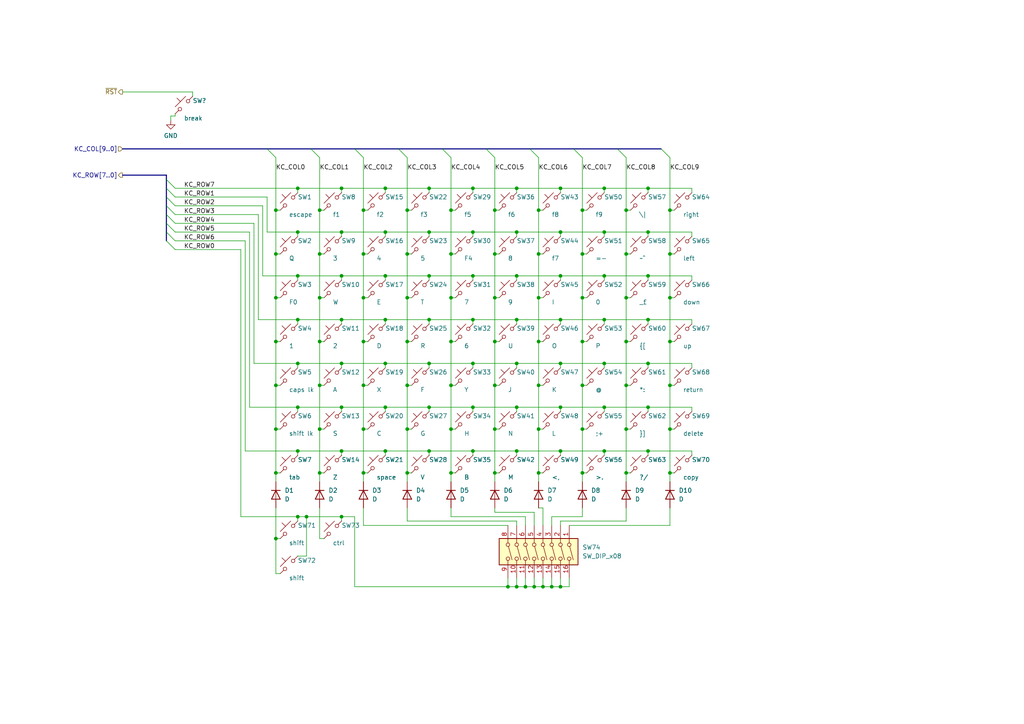
<source format=kicad_sch>
(kicad_sch (version 20211123) (generator eeschema)
  (paper "A4")
  (lib_symbols
    (symbol "Device:D" (pin_numbers hide) (pin_names (offset 1.016) hide)
      (property "Reference" "D" (at 0 2.54 0))
      (property "Value" "D" (at 0 -2.54 0))
      (symbol "D_0_1"
        (polyline (pts (xy -1.27 1.27) (xy -1.27 -1.27)) (stroke (width 0.254)))
        (polyline (pts (xy 1.27 0) (xy -1.27 0)))
        (polyline (pts (xy 1.27 1.27) (xy 1.27 -1.27) (xy -1.27 0) (xy 1.27 1.27)) (stroke (width 0.254)))
      )
      (symbol "D_1_1"
        (pin passive line (at -3.81 0 0) (length 2.54) (name "K") (number "1"))
        (pin passive line (at 3.81 0 180) (length 2.54) (name "A") (number "2"))
      )
    )
    (symbol "Switch:SW_DIP_x08" (pin_names (offset 0) hide)
      (property "Reference" "SW" (at 0 13.97 0))
      (property "Value" "SW_DIP_x08" (at 0 -11.43 0))
      (symbol "SW_DIP_x08_0_0"
        (circle (center -2.032 -7.62) (radius 0.508))
        (circle (center -2.032 -5.08) (radius 0.508))
        (circle (center -2.032 -2.54) (radius 0.508))
        (circle (center -2.032 0) (radius 0.508))
        (circle (center -2.032 2.54) (radius 0.508))
        (circle (center -2.032 5.08) (radius 0.508))
        (circle (center -2.032 7.62) (radius 0.508))
        (circle (center -2.032 10.16) (radius 0.508))
        (polyline (pts (xy -1.524 -7.4676) (xy 2.3622 -6.4262)))
        (polyline (pts (xy -1.524 -4.9276) (xy 2.3622 -3.8862)))
        (polyline (pts (xy -1.524 -2.3876) (xy 2.3622 -1.3462)))
        (polyline (pts (xy -1.524 0.127) (xy 2.3622 1.1684)))
        (polyline (pts (xy -1.524 2.667) (xy 2.3622 3.7084)))
        (polyline (pts (xy -1.524 5.207) (xy 2.3622 6.2484)))
        (polyline (pts (xy -1.524 7.747) (xy 2.3622 8.7884)))
        (polyline (pts (xy -1.524 10.287) (xy 2.3622 11.3284)))
        (circle (center 2.032 -7.62) (radius 0.508))
        (circle (center 2.032 -5.08) (radius 0.508))
        (circle (center 2.032 -2.54) (radius 0.508))
        (circle (center 2.032 0) (radius 0.508))
        (circle (center 2.032 2.54) (radius 0.508))
        (circle (center 2.032 5.08) (radius 0.508))
        (circle (center 2.032 7.62) (radius 0.508))
        (circle (center 2.032 10.16) (radius 0.508))
      )
      (symbol "SW_DIP_x08_0_1"
        (rectangle (start -3.81 12.7) (end 3.81 -10.16) (stroke (width 0.254)) (fill (type background)))
      )
      (symbol "SW_DIP_x08_1_1"
        (pin passive line (at -7.62 10.16 0) (length 5.08) (name "~") (number "1"))
        (pin passive line (at 7.62 -5.08 180) (length 5.08) (name "~") (number "10"))
        (pin passive line (at 7.62 -2.54 180) (length 5.08) (name "~") (number "11"))
        (pin passive line (at 7.62 0 180) (length 5.08) (name "~") (number "12"))
        (pin passive line (at 7.62 2.54 180) (length 5.08) (name "~") (number "13"))
        (pin passive line (at 7.62 5.08 180) (length 5.08) (name "~") (number "14"))
        (pin passive line (at 7.62 7.62 180) (length 5.08) (name "~") (number "15"))
        (pin passive line (at 7.62 10.16 180) (length 5.08) (name "~") (number "16"))
        (pin passive line (at -7.62 7.62 0) (length 5.08) (name "~") (number "2"))
        (pin passive line (at -7.62 5.08 0) (length 5.08) (name "~") (number "3"))
        (pin passive line (at -7.62 2.54 0) (length 5.08) (name "~") (number "4"))
        (pin passive line (at -7.62 0 0) (length 5.08) (name "~") (number "5"))
        (pin passive line (at -7.62 -2.54 0) (length 5.08) (name "~") (number "6"))
        (pin passive line (at -7.62 -5.08 0) (length 5.08) (name "~") (number "7"))
        (pin passive line (at -7.62 -7.62 0) (length 5.08) (name "~") (number "8"))
        (pin passive line (at 7.62 -7.62 180) (length 5.08) (name "~") (number "9"))
      )
    )
    (symbol "Switch:SW_Push_45deg" (pin_numbers hide) (pin_names (offset 1.016) hide)
      (property "Reference" "SW" (at 3.048 1.016 0))
      (property "Value" "SW_Push_45deg" (at 0 -3.81 0))
      (symbol "SW_Push_45deg_0_1"
        (circle (center -1.1684 1.1684) (radius 0.508))
        (polyline (pts (xy -0.508 2.54) (xy 2.54 -0.508)))
        (polyline (pts (xy 1.016 1.016) (xy 2.032 2.032)))
        (polyline (pts (xy -2.54 2.54) (xy -1.524 1.524) (xy -1.524 1.524)))
        (polyline (pts (xy 1.524 -1.524) (xy 2.54 -2.54) (xy 2.54 -2.54) (xy 2.54 -2.54)))
        (circle (center 1.143 -1.1938) (radius 0.508))
        (pin passive line (at -2.54 2.54 0) (length 0) (name "1") (number "1"))
        (pin passive line (at 2.54 -2.54 180) (length 0) (name "2") (number "2"))
      )
    )
    (symbol "power:GND" (power) (pin_names (offset 0))
      (property "Value" "GND" (at 0 -3.81 0))
      (symbol "GND_0_1"
        (polyline (pts (xy 0 0) (xy 0 -1.27) (xy 1.27 -1.27) (xy 0 -2.54) (xy -1.27 -1.27) (xy 0 -1.27)))
      )
      (symbol "GND_1_1"
        (pin power_in line (at 0 0 270) (length 0) hide (name "GND") (number "1"))
      )
    )
  )
  (junction (at 86.36 80.01))
  (junction (at 149.86 92.71))
  (junction (at 156.21 86.36))
  (junction (at 160.02 170.18))
  (junction (at 130.81 60.96))
  (junction (at 149.86 80.01))
  (junction (at 124.46 105.41))
  (junction (at 149.86 130.81))
  (junction (at 105.41 111.76))
  (junction (at 162.56 130.81))
  (junction (at 143.51 99.06))
  (junction (at 118.11 137.16))
  (junction (at 187.96 67.31))
  (junction (at 118.11 111.76))
  (junction (at 111.76 130.81))
  (junction (at 118.11 86.36))
  (junction (at 157.48 170.18))
  (junction (at 80.01 111.76))
  (junction (at 194.31 86.36))
  (junction (at 105.41 60.96))
  (junction (at 187.96 118.11))
  (junction (at 86.36 54.61))
  (junction (at 187.96 80.01))
  (junction (at 99.06 92.71))
  (junction (at 137.16 80.01))
  (junction (at 137.16 54.61))
  (junction (at 143.51 137.16))
  (junction (at 99.06 80.01))
  (junction (at 105.41 137.16))
  (junction (at 194.31 124.46))
  (junction (at 86.36 149.86))
  (junction (at 86.36 130.81))
  (junction (at 162.56 92.71))
  (junction (at 156.21 111.76))
  (junction (at 111.76 80.01))
  (junction (at 149.86 105.41))
  (junction (at 111.76 105.41))
  (junction (at 130.81 111.76))
  (junction (at 175.26 80.01))
  (junction (at 124.46 92.71))
  (junction (at 86.36 67.31))
  (junction (at 194.31 111.76))
  (junction (at 143.51 86.36))
  (junction (at 92.71 99.06))
  (junction (at 175.26 130.81))
  (junction (at 181.61 73.66))
  (junction (at 92.71 73.66))
  (junction (at 147.32 170.18))
  (junction (at 118.11 73.66))
  (junction (at 99.06 118.11))
  (junction (at 168.91 137.16))
  (junction (at 181.61 60.96))
  (junction (at 194.31 73.66))
  (junction (at 99.06 67.31))
  (junction (at 124.46 80.01))
  (junction (at 80.01 86.36))
  (junction (at 149.86 118.11))
  (junction (at 86.36 105.41))
  (junction (at 130.81 124.46))
  (junction (at 124.46 118.11))
  (junction (at 162.56 118.11))
  (junction (at 162.56 80.01))
  (junction (at 137.16 130.81))
  (junction (at 130.81 73.66))
  (junction (at 143.51 73.66))
  (junction (at 175.26 92.71))
  (junction (at 137.16 105.41))
  (junction (at 137.16 92.71))
  (junction (at 105.41 124.46))
  (junction (at 156.21 137.16))
  (junction (at 111.76 67.31))
  (junction (at 154.94 170.18))
  (junction (at 124.46 67.31))
  (junction (at 181.61 86.36))
  (junction (at 162.56 105.41))
  (junction (at 175.26 118.11))
  (junction (at 99.06 149.86))
  (junction (at 181.61 137.16))
  (junction (at 105.41 73.66))
  (junction (at 194.31 60.96))
  (junction (at 187.96 54.61))
  (junction (at 118.11 124.46))
  (junction (at 168.91 60.96))
  (junction (at 80.01 99.06))
  (junction (at 99.06 130.81))
  (junction (at 111.76 92.71))
  (junction (at 156.21 60.96))
  (junction (at 175.26 67.31))
  (junction (at 130.81 99.06))
  (junction (at 168.91 99.06))
  (junction (at 168.91 86.36))
  (junction (at 92.71 137.16))
  (junction (at 175.26 105.41))
  (junction (at 162.56 170.18))
  (junction (at 86.36 118.11))
  (junction (at 130.81 86.36))
  (junction (at 92.71 111.76))
  (junction (at 149.86 54.61))
  (junction (at 137.16 118.11))
  (junction (at 156.21 99.06))
  (junction (at 143.51 124.46))
  (junction (at 162.56 67.31))
  (junction (at 99.06 54.61))
  (junction (at 168.91 73.66))
  (junction (at 105.41 99.06))
  (junction (at 111.76 118.11))
  (junction (at 187.96 105.41))
  (junction (at 149.86 170.18))
  (junction (at 86.36 92.71))
  (junction (at 124.46 54.61))
  (junction (at 92.71 124.46))
  (junction (at 162.56 54.61))
  (junction (at 130.81 137.16))
  (junction (at 99.06 105.41))
  (junction (at 80.01 73.66))
  (junction (at 152.4 170.18))
  (junction (at 80.01 137.16))
  (junction (at 80.01 124.46))
  (junction (at 168.91 111.76))
  (junction (at 124.46 130.81))
  (junction (at 118.11 60.96))
  (junction (at 168.91 124.46))
  (junction (at 118.11 99.06))
  (junction (at 194.31 137.16))
  (junction (at 149.86 67.31))
  (junction (at 80.01 60.96))
  (junction (at 92.71 60.96))
  (junction (at 187.96 92.71))
  (junction (at 156.21 73.66))
  (junction (at 111.76 54.61))
  (junction (at 181.61 111.76))
  (junction (at 105.41 86.36))
  (junction (at 194.31 99.06))
  (junction (at 80.01 156.21))
  (junction (at 88.9 149.86))
  (junction (at 143.51 111.76))
  (junction (at 156.21 124.46))
  (junction (at 92.71 86.36))
  (junction (at 187.96 130.81))
  (junction (at 181.61 124.46))
  (junction (at 175.26 54.61))
  (junction (at 143.51 60.96))
  (junction (at 137.16 67.31))
  (junction (at 181.61 99.06))
  (bus_entry (at 48.26 69.85) (size 2.54 2.54))
  (bus_entry (at 48.26 54.61) (size 2.54 2.54))
  (bus_entry (at 48.26 57.15) (size 2.54 2.54))
  (bus_entry (at 48.26 62.23) (size 2.54 2.54))
  (bus_entry (at 48.26 52.07) (size 2.54 2.54))
  (bus_entry (at 48.26 59.69) (size 2.54 2.54))
  (bus_entry (at 77.47 43.18) (size 2.54 2.54))
  (bus_entry (at 90.17 43.18) (size 2.54 2.54))
  (bus_entry (at 102.87 43.18) (size 2.54 2.54))
  (bus_entry (at 115.57 43.18) (size 2.54 2.54))
  (bus_entry (at 128.27 43.18) (size 2.54 2.54))
  (bus_entry (at 140.97 43.18) (size 2.54 2.54))
  (bus_entry (at 153.67 43.18) (size 2.54 2.54))
  (bus_entry (at 166.37 43.18) (size 2.54 2.54))
  (bus_entry (at 179.07 43.18) (size 2.54 2.54))
  (bus_entry (at 191.77 43.18) (size 2.54 2.54))
  (bus_entry (at 48.26 64.77) (size 2.54 2.54))
  (bus_entry (at 48.26 67.31) (size 2.54 2.54))
  (wire (pts (xy 105.41 99.06) (xy 105.41 111.76)))
  (wire (pts (xy 162.56 105.41) (xy 175.26 105.41)))
  (wire (pts (xy 86.36 54.61) (xy 99.06 54.61)))
  (wire (pts (xy 160.02 167.64) (xy 160.02 170.18)))
  (wire (pts (xy 194.31 137.16) (xy 194.31 139.7)))
  (wire (pts (xy 168.91 86.36) (xy 168.91 99.06)))
  (wire (pts (xy 80.01 111.76) (xy 80.01 124.46)))
  (wire (pts (xy 118.11 111.76) (xy 119.38 111.76)))
  (wire (pts (xy 118.11 45.72) (xy 118.11 60.96)))
  (wire (pts (xy 200.66 55.88) (xy 200.66 54.61)))
  (wire (pts (xy 181.61 73.66) (xy 182.88 73.66)))
  (wire (pts (xy 99.06 130.81) (xy 99.06 132.08)))
  (wire (pts (xy 149.86 54.61) (xy 162.56 54.61)))
  (wire (pts (xy 181.61 124.46) (xy 182.88 124.46)))
  (wire (pts (xy 157.48 147.32) (xy 157.48 152.4)))
  (wire (pts (xy 162.56 80.01) (xy 162.56 81.28)))
  (wire (pts (xy 156.21 45.72) (xy 156.21 60.96)))
  (wire (pts (xy 143.51 124.46) (xy 143.51 137.16)))
  (wire (pts (xy 50.8 72.39) (xy 69.85 72.39)))
  (wire (pts (xy 124.46 92.71) (xy 137.16 92.71)))
  (wire (pts (xy 156.21 73.66) (xy 156.21 86.36)))
  (wire (pts (xy 92.71 99.06) (xy 92.71 111.76)))
  (wire (pts (xy 130.81 60.96) (xy 132.08 60.96)))
  (wire (pts (xy 160.02 170.18) (xy 157.48 170.18)))
  (wire (pts (xy 154.94 167.64) (xy 154.94 170.18)))
  (wire (pts (xy 124.46 105.41) (xy 137.16 105.41)))
  (wire (pts (xy 168.91 124.46) (xy 170.18 124.46)))
  (wire (pts (xy 86.36 106.68) (xy 86.36 105.41)))
  (wire (pts (xy 168.91 111.76) (xy 170.18 111.76)))
  (wire (pts (xy 187.96 105.41) (xy 200.66 105.41)))
  (wire (pts (xy 149.86 130.81) (xy 149.86 132.08)))
  (wire (pts (xy 80.01 166.37) (xy 81.28 166.37)))
  (wire (pts (xy 99.06 80.01) (xy 111.76 80.01)))
  (wire (pts (xy 99.06 92.71) (xy 99.06 93.98)))
  (wire (pts (xy 92.71 111.76) (xy 93.98 111.76)))
  (wire (pts (xy 105.41 124.46) (xy 106.68 124.46)))
  (wire (pts (xy 162.56 67.31) (xy 162.56 68.58)))
  (wire (pts (xy 35.56 26.67) (xy 55.88 26.67)))
  (wire (pts (xy 194.31 152.4) (xy 194.31 147.32)))
  (wire (pts (xy 175.26 92.71) (xy 175.26 93.98)))
  (wire (pts (xy 92.71 137.16) (xy 93.98 137.16)))
  (wire (pts (xy 86.36 68.58) (xy 86.36 67.31)))
  (bus (pts (xy 35.56 50.8) (xy 48.26 50.8)))
  (wire (pts (xy 149.86 67.31) (xy 162.56 67.31)))
  (wire (pts (xy 152.4 149.86) (xy 130.81 149.86)))
  (wire (pts (xy 73.66 105.41) (xy 86.36 105.41)))
  (wire (pts (xy 77.47 57.15) (xy 77.47 67.31)))
  (wire (pts (xy 181.61 60.96) (xy 181.61 73.66)))
  (wire (pts (xy 80.01 137.16) (xy 80.01 139.7)))
  (wire (pts (xy 92.71 60.96) (xy 92.71 73.66)))
  (wire (pts (xy 55.88 27.94) (xy 55.88 26.67)))
  (wire (pts (xy 162.56 54.61) (xy 162.56 55.88)))
  (wire (pts (xy 175.26 92.71) (xy 187.96 92.71)))
  (wire (pts (xy 154.94 148.59) (xy 143.51 148.59)))
  (wire (pts (xy 181.61 73.66) (xy 181.61 86.36)))
  (wire (pts (xy 86.36 80.01) (xy 99.06 80.01)))
  (wire (pts (xy 73.66 64.77) (xy 73.66 105.41)))
  (wire (pts (xy 149.86 170.18) (xy 147.32 170.18)))
  (wire (pts (xy 137.16 105.41) (xy 149.86 105.41)))
  (wire (pts (xy 80.01 73.66) (xy 80.01 86.36)))
  (wire (pts (xy 118.11 99.06) (xy 119.38 99.06)))
  (wire (pts (xy 175.26 67.31) (xy 175.26 68.58)))
  (wire (pts (xy 118.11 111.76) (xy 118.11 124.46)))
  (wire (pts (xy 194.31 111.76) (xy 195.58 111.76)))
  (wire (pts (xy 118.11 137.16) (xy 119.38 137.16)))
  (wire (pts (xy 168.91 60.96) (xy 168.91 73.66)))
  (wire (pts (xy 137.16 67.31) (xy 137.16 68.58)))
  (wire (pts (xy 80.01 86.36) (xy 80.01 99.06)))
  (wire (pts (xy 143.51 148.59) (xy 143.51 147.32)))
  (wire (pts (xy 130.81 137.16) (xy 130.81 139.7)))
  (wire (pts (xy 130.81 149.86) (xy 130.81 147.32)))
  (wire (pts (xy 194.31 73.66) (xy 195.58 73.66)))
  (wire (pts (xy 124.46 118.11) (xy 137.16 118.11)))
  (wire (pts (xy 80.01 111.76) (xy 81.28 111.76)))
  (wire (pts (xy 149.86 67.31) (xy 149.86 68.58)))
  (wire (pts (xy 92.71 147.32) (xy 92.71 156.21)))
  (wire (pts (xy 156.21 124.46) (xy 157.48 124.46)))
  (wire (pts (xy 86.36 161.29) (xy 88.9 161.29)))
  (wire (pts (xy 200.66 132.08) (xy 200.66 130.81)))
  (wire (pts (xy 111.76 80.01) (xy 124.46 80.01)))
  (wire (pts (xy 111.76 54.61) (xy 111.76 55.88)))
  (wire (pts (xy 187.96 92.71) (xy 187.96 93.98)))
  (wire (pts (xy 105.41 124.46) (xy 105.41 137.16)))
  (wire (pts (xy 168.91 99.06) (xy 170.18 99.06)))
  (wire (pts (xy 162.56 167.64) (xy 162.56 170.18)))
  (wire (pts (xy 111.76 130.81) (xy 111.76 132.08)))
  (wire (pts (xy 99.06 105.41) (xy 111.76 105.41)))
  (wire (pts (xy 92.71 73.66) (xy 93.98 73.66)))
  (wire (pts (xy 137.16 54.61) (xy 137.16 55.88)))
  (wire (pts (xy 168.91 124.46) (xy 168.91 137.16)))
  (wire (pts (xy 156.21 60.96) (xy 156.21 73.66)))
  (wire (pts (xy 162.56 118.11) (xy 162.56 119.38)))
  (wire (pts (xy 130.81 86.36) (xy 130.81 99.06)))
  (wire (pts (xy 49.53 33.655) (xy 49.53 34.925)))
  (wire (pts (xy 92.71 124.46) (xy 93.98 124.46)))
  (wire (pts (xy 175.26 105.41) (xy 187.96 105.41)))
  (wire (pts (xy 147.32 167.64) (xy 147.32 170.18)))
  (wire (pts (xy 124.46 130.81) (xy 137.16 130.81)))
  (wire (pts (xy 156.21 111.76) (xy 157.48 111.76)))
  (wire (pts (xy 72.39 118.11) (xy 86.36 118.11)))
  (wire (pts (xy 80.01 45.72) (xy 80.01 60.96)))
  (wire (pts (xy 168.91 86.36) (xy 170.18 86.36)))
  (wire (pts (xy 105.41 86.36) (xy 105.41 99.06)))
  (wire (pts (xy 105.41 45.72) (xy 105.41 60.96)))
  (wire (pts (xy 111.76 118.11) (xy 124.46 118.11)))
  (wire (pts (xy 105.41 60.96) (xy 105.41 73.66)))
  (wire (pts (xy 187.96 80.01) (xy 187.96 81.28)))
  (wire (pts (xy 137.16 92.71) (xy 137.16 93.98)))
  (wire (pts (xy 86.36 92.71) (xy 99.06 92.71)))
  (wire (pts (xy 194.31 86.36) (xy 194.31 99.06)))
  (wire (pts (xy 156.21 86.36) (xy 156.21 99.06)))
  (wire (pts (xy 168.91 73.66) (xy 170.18 73.66)))
  (wire (pts (xy 175.26 130.81) (xy 175.26 132.08)))
  (wire (pts (xy 168.91 111.76) (xy 168.91 124.46)))
  (wire (pts (xy 187.96 67.31) (xy 200.66 67.31)))
  (wire (pts (xy 194.31 111.76) (xy 194.31 124.46)))
  (wire (pts (xy 99.06 67.31) (xy 111.76 67.31)))
  (wire (pts (xy 92.71 111.76) (xy 92.71 124.46)))
  (wire (pts (xy 149.86 105.41) (xy 149.86 106.68)))
  (wire (pts (xy 162.56 92.71) (xy 175.26 92.71)))
  (wire (pts (xy 92.71 45.72) (xy 92.71 60.96)))
  (wire (pts (xy 149.86 152.4) (xy 149.86 151.13)))
  (wire (pts (xy 50.8 59.69) (xy 76.2 59.69)))
  (wire (pts (xy 81.28 156.21) (xy 80.01 156.21)))
  (wire (pts (xy 162.56 118.11) (xy 175.26 118.11)))
  (wire (pts (xy 168.91 73.66) (xy 168.91 86.36)))
  (wire (pts (xy 181.61 86.36) (xy 182.88 86.36)))
  (bus (pts (xy 77.47 43.18) (xy 90.17 43.18)))
  (wire (pts (xy 187.96 54.61) (xy 187.96 55.88)))
  (wire (pts (xy 143.51 99.06) (xy 144.78 99.06)))
  (wire (pts (xy 105.41 111.76) (xy 105.41 124.46)))
  (wire (pts (xy 143.51 124.46) (xy 144.78 124.46)))
  (wire (pts (xy 111.76 118.11) (xy 111.76 119.38)))
  (wire (pts (xy 80.01 137.16) (xy 81.28 137.16)))
  (bus (pts (xy 166.37 43.18) (xy 179.07 43.18)))
  (wire (pts (xy 194.31 99.06) (xy 194.31 111.76)))
  (wire (pts (xy 165.1 170.18) (xy 162.56 170.18)))
  (wire (pts (xy 137.16 80.01) (xy 137.16 81.28)))
  (wire (pts (xy 86.36 118.11) (xy 99.06 118.11)))
  (wire (pts (xy 143.51 86.36) (xy 143.51 99.06)))
  (wire (pts (xy 143.51 60.96) (xy 143.51 73.66)))
  (wire (pts (xy 149.86 80.01) (xy 149.86 81.28)))
  (wire (pts (xy 130.81 99.06) (xy 130.81 111.76)))
  (wire (pts (xy 162.56 170.18) (xy 160.02 170.18)))
  (wire (pts (xy 86.36 67.31) (xy 99.06 67.31)))
  (wire (pts (xy 152.4 167.64) (xy 152.4 170.18)))
  (wire (pts (xy 105.41 73.66) (xy 105.41 86.36)))
  (wire (pts (xy 76.2 59.69) (xy 76.2 80.01)))
  (wire (pts (xy 74.93 92.71) (xy 86.36 92.71)))
  (wire (pts (xy 154.94 170.18) (xy 152.4 170.18)))
  (wire (pts (xy 162.56 67.31) (xy 175.26 67.31)))
  (wire (pts (xy 86.36 81.28) (xy 86.36 80.01)))
  (wire (pts (xy 187.96 118.11) (xy 200.66 118.11)))
  (wire (pts (xy 92.71 60.96) (xy 93.98 60.96)))
  (wire (pts (xy 99.06 118.11) (xy 111.76 118.11)))
  (wire (pts (xy 175.26 67.31) (xy 187.96 67.31)))
  (wire (pts (xy 194.31 60.96) (xy 195.58 60.96)))
  (wire (pts (xy 118.11 151.13) (xy 118.11 147.32)))
  (wire (pts (xy 71.12 130.81) (xy 86.36 130.81)))
  (wire (pts (xy 181.61 45.72) (xy 181.61 60.96)))
  (wire (pts (xy 105.41 99.06) (xy 106.68 99.06)))
  (wire (pts (xy 118.11 60.96) (xy 118.11 73.66)))
  (wire (pts (xy 175.26 118.11) (xy 187.96 118.11)))
  (bus (pts (xy 35.56 43.18) (xy 77.47 43.18)))
  (wire (pts (xy 187.96 105.41) (xy 187.96 106.68)))
  (wire (pts (xy 50.8 33.655) (xy 49.53 33.655)))
  (wire (pts (xy 143.51 73.66) (xy 143.51 86.36)))
  (bus (pts (xy 179.07 43.18) (xy 191.77 43.18)))
  (wire (pts (xy 200.66 119.38) (xy 200.66 118.11)))
  (wire (pts (xy 156.21 137.16) (xy 157.48 137.16)))
  (bus (pts (xy 48.26 52.07) (xy 48.26 50.8)))
  (wire (pts (xy 111.76 105.41) (xy 124.46 105.41)))
  (wire (pts (xy 130.81 73.66) (xy 132.08 73.66)))
  (wire (pts (xy 86.36 130.81) (xy 99.06 130.81)))
  (wire (pts (xy 124.46 130.81) (xy 124.46 132.08)))
  (wire (pts (xy 50.8 64.77) (xy 73.66 64.77)))
  (wire (pts (xy 130.81 111.76) (xy 132.08 111.76)))
  (wire (pts (xy 137.16 92.71) (xy 149.86 92.71)))
  (wire (pts (xy 124.46 67.31) (xy 124.46 68.58)))
  (bus (pts (xy 48.26 64.77) (xy 48.26 62.23)))
  (wire (pts (xy 162.56 152.4) (xy 162.56 151.13)))
  (bus (pts (xy 48.26 62.23) (xy 48.26 59.69)))
  (wire (pts (xy 105.41 86.36) (xy 106.68 86.36)))
  (wire (pts (xy 99.06 130.81) (xy 111.76 130.81)))
  (wire (pts (xy 181.61 86.36) (xy 181.61 99.06)))
  (wire (pts (xy 118.11 99.06) (xy 118.11 111.76)))
  (wire (pts (xy 92.71 86.36) (xy 93.98 86.36)))
  (wire (pts (xy 137.16 67.31) (xy 149.86 67.31)))
  (wire (pts (xy 50.8 67.31) (xy 72.39 67.31)))
  (wire (pts (xy 187.96 80.01) (xy 200.66 80.01)))
  (wire (pts (xy 149.86 80.01) (xy 162.56 80.01)))
  (wire (pts (xy 92.71 73.66) (xy 92.71 86.36)))
  (wire (pts (xy 181.61 137.16) (xy 182.88 137.16)))
  (wire (pts (xy 147.32 152.4) (xy 105.41 152.4)))
  (wire (pts (xy 162.56 54.61) (xy 175.26 54.61)))
  (wire (pts (xy 86.36 149.86) (xy 88.9 149.86)))
  (wire (pts (xy 130.81 60.96) (xy 130.81 73.66)))
  (wire (pts (xy 99.06 67.31) (xy 99.06 68.58)))
  (wire (pts (xy 105.41 73.66) (xy 106.68 73.66)))
  (wire (pts (xy 130.81 86.36) (xy 132.08 86.36)))
  (wire (pts (xy 187.96 130.81) (xy 200.66 130.81)))
  (wire (pts (xy 168.91 60.96) (xy 170.18 60.96)))
  (wire (pts (xy 194.31 99.06) (xy 195.58 99.06)))
  (wire (pts (xy 130.81 99.06) (xy 132.08 99.06)))
  (wire (pts (xy 92.71 137.16) (xy 92.71 139.7)))
  (wire (pts (xy 130.81 124.46) (xy 132.08 124.46)))
  (wire (pts (xy 175.26 54.61) (xy 187.96 54.61)))
  (wire (pts (xy 118.11 73.66) (xy 119.38 73.66)))
  (wire (pts (xy 72.39 118.11) (xy 72.39 67.31)))
  (bus (pts (xy 48.26 59.69) (xy 48.26 57.15)))
  (wire (pts (xy 156.21 111.76) (xy 156.21 124.46)))
  (wire (pts (xy 77.47 67.31) (xy 86.36 67.31)))
  (wire (pts (xy 137.16 130.81) (xy 149.86 130.81)))
  (wire (pts (xy 137.16 118.11) (xy 137.16 119.38)))
  (wire (pts (xy 194.31 73.66) (xy 194.31 86.36)))
  (wire (pts (xy 200.66 106.68) (xy 200.66 105.41)))
  (wire (pts (xy 162.56 130.81) (xy 175.26 130.81)))
  (wire (pts (xy 156.21 147.32) (xy 157.48 147.32)))
  (wire (pts (xy 92.71 99.06) (xy 93.98 99.06)))
  (wire (pts (xy 86.36 55.88) (xy 86.36 54.61)))
  (wire (pts (xy 168.91 149.86) (xy 160.02 149.86)))
  (wire (pts (xy 80.01 124.46) (xy 80.01 137.16)))
  (wire (pts (xy 143.51 45.72) (xy 143.51 60.96)))
  (wire (pts (xy 187.96 67.31) (xy 187.96 68.58)))
  (wire (pts (xy 149.86 130.81) (xy 162.56 130.81)))
  (wire (pts (xy 80.01 60.96) (xy 80.01 73.66)))
  (wire (pts (xy 50.8 54.61) (xy 86.36 54.61)))
  (wire (pts (xy 194.31 124.46) (xy 195.58 124.46)))
  (wire (pts (xy 156.21 99.06) (xy 156.21 111.76)))
  (wire (pts (xy 124.46 54.61) (xy 137.16 54.61)))
  (wire (pts (xy 149.86 167.64) (xy 149.86 170.18)))
  (wire (pts (xy 111.76 67.31) (xy 124.46 67.31)))
  (wire (pts (xy 80.01 86.36) (xy 81.28 86.36)))
  (wire (pts (xy 149.86 54.61) (xy 149.86 55.88)))
  (wire (pts (xy 102.87 149.86) (xy 99.06 149.86)))
  (wire (pts (xy 118.11 73.66) (xy 118.11 86.36)))
  (wire (pts (xy 124.46 67.31) (xy 137.16 67.31)))
  (wire (pts (xy 74.93 62.23) (xy 50.8 62.23)))
  (wire (pts (xy 99.06 80.01) (xy 99.06 81.28)))
  (wire (pts (xy 162.56 80.01) (xy 175.26 80.01)))
  (wire (pts (xy 99.06 118.11) (xy 99.06 119.38)))
  (wire (pts (xy 175.26 80.01) (xy 175.26 81.28)))
  (wire (pts (xy 187.96 92.71) (xy 200.66 92.71)))
  (wire (pts (xy 143.51 111.76) (xy 144.78 111.76)))
  (wire (pts (xy 137.16 105.41) (xy 137.16 106.68)))
  (bus (pts (xy 90.17 43.18) (xy 102.87 43.18)))
  (wire (pts (xy 156.21 73.66) (xy 157.48 73.66)))
  (wire (pts (xy 194.31 45.72) (xy 194.31 60.96)))
  (wire (pts (xy 200.66 68.58) (xy 200.66 67.31)))
  (wire (pts (xy 143.51 137.16) (xy 143.51 139.7)))
  (wire (pts (xy 143.51 99.06) (xy 143.51 111.76)))
  (wire (pts (xy 80.01 99.06) (xy 81.28 99.06)))
  (wire (pts (xy 50.8 69.85) (xy 71.12 69.85)))
  (wire (pts (xy 194.31 60.96) (xy 194.31 73.66)))
  (wire (pts (xy 86.36 105.41) (xy 99.06 105.41)))
  (wire (pts (xy 175.26 80.01) (xy 187.96 80.01)))
  (wire (pts (xy 168.91 99.06) (xy 168.91 111.76)))
  (wire (pts (xy 154.94 152.4) (xy 154.94 148.59)))
  (wire (pts (xy 149.86 151.13) (xy 118.11 151.13)))
  (wire (pts (xy 124.46 80.01) (xy 124.46 81.28)))
  (wire (pts (xy 118.11 86.36) (xy 118.11 99.06)))
  (wire (pts (xy 181.61 99.06) (xy 181.61 111.76)))
  (wire (pts (xy 181.61 99.06) (xy 182.88 99.06)))
  (wire (pts (xy 152.4 152.4) (xy 152.4 149.86)))
  (wire (pts (xy 118.11 86.36) (xy 119.38 86.36)))
  (wire (pts (xy 137.16 54.61) (xy 149.86 54.61)))
  (wire (pts (xy 111.76 67.31) (xy 111.76 68.58)))
  (wire (pts (xy 143.51 73.66) (xy 144.78 73.66)))
  (wire (pts (xy 118.11 60.96) (xy 119.38 60.96)))
  (wire (pts (xy 143.51 86.36) (xy 144.78 86.36)))
  (wire (pts (xy 165.1 167.64) (xy 165.1 170.18)))
  (wire (pts (xy 194.31 137.16) (xy 195.58 137.16)))
  (bus (pts (xy 102.87 43.18) (xy 115.57 43.18)))
  (wire (pts (xy 80.01 147.32) (xy 80.01 156.21)))
  (wire (pts (xy 162.56 151.13) (xy 181.61 151.13)))
  (wire (pts (xy 143.51 137.16) (xy 144.78 137.16)))
  (wire (pts (xy 187.96 118.11) (xy 187.96 119.38)))
  (wire (pts (xy 165.1 152.4) (xy 194.31 152.4)))
  (wire (pts (xy 105.41 152.4) (xy 105.41 147.32)))
  (wire (pts (xy 143.51 60.96) (xy 144.78 60.96)))
  (wire (pts (xy 50.8 57.15) (xy 77.47 57.15)))
  (wire (pts (xy 200.66 81.28) (xy 200.66 80.01)))
  (wire (pts (xy 111.76 130.81) (xy 124.46 130.81)))
  (wire (pts (xy 200.66 93.98) (xy 200.66 92.71)))
  (wire (pts (xy 76.2 80.01) (xy 86.36 80.01)))
  (bus (pts (xy 115.57 43.18) (xy 128.27 43.18)))
  (wire (pts (xy 80.01 60.96) (xy 81.28 60.96)))
  (wire (pts (xy 130.81 137.16) (xy 132.08 137.16)))
  (wire (pts (xy 187.96 54.61) (xy 200.66 54.61)))
  (wire (pts (xy 69.85 149.86) (xy 69.85 72.39)))
  (wire (pts (xy 80.01 73.66) (xy 81.28 73.66)))
  (wire (pts (xy 149.86 92.71) (xy 162.56 92.71)))
  (wire (pts (xy 130.81 73.66) (xy 130.81 86.36)))
  (wire (pts (xy 111.76 54.61) (xy 124.46 54.61)))
  (bus (pts (xy 48.26 69.85) (xy 48.26 67.31)))
  (wire (pts (xy 137.16 80.01) (xy 149.86 80.01)))
  (wire (pts (xy 181.61 60.96) (xy 182.88 60.96)))
  (wire (pts (xy 162.56 130.81) (xy 162.56 132.08)))
  (wire (pts (xy 105.41 111.76) (xy 106.68 111.76)))
  (wire (pts (xy 160.02 149.86) (xy 160.02 152.4)))
  (bus (pts (xy 140.97 43.18) (xy 153.67 43.18)))
  (wire (pts (xy 102.87 170.18) (xy 102.87 149.86)))
  (wire (pts (xy 105.41 60.96) (xy 106.68 60.96)))
  (wire (pts (xy 92.71 86.36) (xy 92.71 99.06)))
  (bus (pts (xy 48.26 67.31) (xy 48.26 64.77)))
  (wire (pts (xy 86.36 93.98) (xy 86.36 92.71)))
  (wire (pts (xy 99.06 54.61) (xy 111.76 54.61)))
  (wire (pts (xy 124.46 118.11) (xy 124.46 119.38)))
  (wire (pts (xy 99.06 54.61) (xy 99.06 55.88)))
  (wire (pts (xy 156.21 99.06) (xy 157.48 99.06)))
  (bus (pts (xy 153.67 43.18) (xy 166.37 43.18)))
  (wire (pts (xy 80.01 124.46) (xy 81.28 124.46)))
  (wire (pts (xy 147.32 170.18) (xy 102.87 170.18)))
  (wire (pts (xy 124.46 80.01) (xy 137.16 80.01)))
  (wire (pts (xy 80.01 99.06) (xy 80.01 111.76)))
  (wire (pts (xy 149.86 118.11) (xy 149.86 119.38)))
  (wire (pts (xy 86.36 119.38) (xy 86.36 118.11)))
  (wire (pts (xy 156.21 124.46) (xy 156.21 137.16)))
  (wire (pts (xy 149.86 92.71) (xy 149.86 93.98)))
  (wire (pts (xy 124.46 54.61) (xy 124.46 55.88)))
  (wire (pts (xy 162.56 105.41) (xy 162.56 106.68)))
  (wire (pts (xy 175.26 118.11) (xy 175.26 119.38)))
  (wire (pts (xy 80.01 156.21) (xy 80.01 166.37)))
  (bus (pts (xy 48.26 57.15) (xy 48.26 54.61)))
  (wire (pts (xy 50.8 33.02) (xy 50.8 33.655)))
  (wire (pts (xy 88.9 161.29) (xy 88.9 149.86)))
  (wire (pts (xy 162.56 92.71) (xy 162.56 93.98)))
  (wire (pts (xy 194.31 124.46) (xy 194.31 137.16)))
  (wire (pts (xy 168.91 45.72) (xy 168.91 60.96)))
  (wire (pts (xy 149.86 118.11) (xy 162.56 118.11)))
  (wire (pts (xy 175.26 105.41) (xy 175.26 106.68)))
  (wire (pts (xy 156.21 60.96) (xy 157.48 60.96)))
  (wire (pts (xy 111.76 92.71) (xy 124.46 92.71)))
  (wire (pts (xy 149.86 105.41) (xy 162.56 105.41)))
  (wire (pts (xy 181.61 111.76) (xy 182.88 111.76)))
  (wire (pts (xy 130.81 45.72) (xy 130.81 60.96)))
  (wire (pts (xy 111.76 105.41) (xy 111.76 106.68)))
  (wire (pts (xy 143.51 111.76) (xy 143.51 124.46)))
  (wire (pts (xy 181.61 137.16) (xy 181.61 139.7)))
  (wire (pts (xy 181.61 151.13) (xy 181.61 147.32)))
  (wire (pts (xy 181.61 124.46) (xy 181.61 137.16)))
  (wire (pts (xy 156.21 137.16) (xy 156.21 139.7)))
  (wire (pts (xy 105.41 137.16) (xy 106.68 137.16)))
  (wire (pts (xy 175.26 130.81) (xy 187.96 130.81)))
  (wire (pts (xy 69.85 149.86) (xy 86.36 149.86)))
  (wire (pts (xy 137.16 130.81) (xy 137.16 132.08)))
  (wire (pts (xy 130.81 124.46) (xy 130.81 137.16)))
  (wire (pts (xy 168.91 137.16) (xy 168.91 139.7)))
  (wire (pts (xy 156.21 86.36) (xy 157.48 86.36)))
  (wire (pts (xy 92.71 124.46) (xy 92.71 137.16)))
  (wire (pts (xy 86.36 132.08) (xy 86.36 130.81)))
  (wire (pts (xy 181.61 111.76) (xy 181.61 124.46)))
  (wire (pts (xy 99.06 151.13) (xy 99.06 149.86)))
  (bus (pts (xy 128.27 43.18) (xy 140.97 43.18)))
  (wire (pts (xy 111.76 80.01) (xy 111.76 81.28)))
  (wire (pts (xy 86.36 151.13) (xy 86.36 149.86)))
  (wire (pts (xy 99.06 92.71) (xy 111.76 92.71)))
  (wire (pts (xy 118.11 137.16) (xy 118.11 139.7)))
  (wire (pts (xy 137.16 118.11) (xy 149.86 118.11)))
  (wire (pts (xy 175.26 54.61) (xy 175.26 55.88)))
  (wire (pts (xy 168.91 137.16) (xy 170.18 137.16)))
  (wire (pts (xy 187.96 130.81) (xy 187.96 132.08)))
  (wire (pts (xy 74.93 92.71) (xy 74.93 62.23)))
  (wire (pts (xy 157.48 167.64) (xy 157.48 170.18)))
  (wire (pts (xy 124.46 105.41) (xy 124.46 106.68)))
  (wire (pts (xy 130.81 111.76) (xy 130.81 124.46)))
  (wire (pts (xy 118.11 124.46) (xy 118.11 137.16)))
  (wire (pts (xy 124.46 92.71) (xy 124.46 93.98)))
  (wire (pts (xy 118.11 124.46) (xy 119.38 124.46)))
  (wire (pts (xy 92.71 156.21) (xy 93.98 156.21)))
  (wire (pts (xy 194.31 86.36) (xy 195.58 86.36)))
  (wire (pts (xy 152.4 170.18) (xy 149.86 170.18)))
  (wire (pts (xy 99.06 105.41) (xy 99.06 106.68)))
  (wire (pts (xy 111.76 92.71) (xy 111.76 93.98)))
  (wire (pts (xy 71.12 130.81) (xy 71.12 69.85)))
  (wire (pts (xy 168.91 147.32) (xy 168.91 149.86)))
  (wire (pts (xy 105.41 137.16) (xy 105.41 139.7)))
  (wire (pts (xy 157.48 170.18) (xy 154.94 170.18)))
  (wire (pts (xy 88.9 149.86) (xy 99.06 149.86)))
  (bus (pts (xy 48.26 54.61) (xy 48.26 52.07)))
  (label "KC_ROW2" (at 53.34 59.69 0))
  (label "KC_COL8" (at 181.61 49.53 0))
  (label "KC_COL0" (at 80.01 49.53 0))
  (label "KC_COL9" (at 194.31 49.53 0))
  (label "KC_ROW0" (at 53.34 72.39 0))
  (label "KC_COL3" (at 118.11 49.53 0))
  (label "KC_ROW1" (at 53.34 57.15 0))
  (label "KC_ROW7" (at 53.34 54.61 0))
  (label "KC_ROW6" (at 53.34 69.85 0))
  (label "KC_COL4" (at 130.81 49.53 0))
  (label "KC_ROW5" (at 53.34 67.31 0))
  (label "KC_COL6" (at 156.21 49.53 0))
  (label "KC_ROW3" (at 53.34 62.23 0))
  (label "KC_COL7" (at 168.91 49.53 0))
  (label "KC_COL2" (at 105.41 49.53 0))
  (label "KC_ROW4" (at 53.34 64.77 0))
  (label "KC_COL1" (at 92.71 49.53 0))
  (label "KC_COL5" (at 143.51 49.53 0))
  (hierarchical_label "KC_COL[9..0]" (shape input) (at 35.56 43.18 180))
  (hierarchical_label "KC_ROW[7..0]" (shape output) (at 35.56 50.8 180))
  (hierarchical_label "~{RST}" (shape output) (at 35.56 26.67 180))
  (symbol (lib_id "Switch:SW_Push_45deg") (at 96.52 71.12 90) (unit 1)
    (property "Reference" "SW9" (at 99.06 69.85 90) (effects (justify right)))
    (property "Value" "3" (at 96.52 74.93 90) (effects (justify right)))
  )
  (symbol (lib_id "Switch:SW_DIP_x08") (at 154.94 160.02 270) (unit 1)
    (property "Reference" "SW74" (at 168.91 158.7499 90) (effects (justify left)))
    (property "Value" "SW_DIP_x08" (at 168.91 161.2899 90) (effects (justify left)))
  )
  (symbol (lib_id "Switch:SW_Push_45deg") (at 83.82 71.12 90) (unit 1)
    (property "Reference" "SW2" (at 86.36 69.85 90) (effects (justify right)))
    (property "Value" "Q" (at 83.82 74.93 90) (effects (justify right)))
  )
  (symbol (lib_id "Switch:SW_Push_45deg") (at 109.22 71.12 90) (unit 1)
    (property "Reference" "SW16" (at 111.76 69.85 90) (effects (justify right)))
    (property "Value" "4" (at 109.22 74.93 90) (effects (justify right)))
  )
  (symbol (lib_id "Switch:SW_Push_45deg") (at 160.02 71.12 90) (unit 1)
    (property "Reference" "SW44" (at 162.56 69.85 90) (effects (justify right)))
    (property "Value" "f7" (at 160.02 74.93 90) (effects (justify right)))
  )
  (symbol (lib_id "Switch:SW_Push_45deg") (at 121.92 134.62 90) (unit 1)
    (property "Reference" "SW28" (at 124.46 133.35 90) (effects (justify right)))
    (property "Value" "V" (at 121.92 138.43 90) (effects (justify right)))
  )
  (symbol (lib_id "Switch:SW_Push_45deg") (at 198.12 121.92 90) (unit 1)
    (property "Reference" "SW69" (at 200.66 120.65 90) (effects (justify right)))
    (property "Value" "delete" (at 198.12 125.73 90) (effects (justify right)))
  )
  (symbol (lib_id "Switch:SW_Push_45deg") (at 83.82 163.83 90) (unit 1)
    (property "Reference" "SW72" (at 86.36 162.56 90) (effects (justify right)))
    (property "Value" "shift" (at 83.82 167.64 90) (effects (justify right)))
  )
  (symbol (lib_id "Switch:SW_Push_45deg") (at 198.12 109.22 90) (unit 1)
    (property "Reference" "SW68" (at 200.66 107.95 90) (effects (justify right)))
    (property "Value" "return" (at 198.12 113.03 90) (effects (justify right)))
  )
  (symbol (lib_id "Device:D") (at 130.81 143.51 270) (unit 1)
    (property "Reference" "D5" (at 133.35 142.2399 90) (effects (justify left)))
    (property "Value" "D" (at 133.35 144.7799 90) (effects (justify left)))
  )
  (symbol (lib_id "Switch:SW_Push_45deg") (at 160.02 109.22 90) (unit 1)
    (property "Reference" "SW47" (at 162.56 107.95 90) (effects (justify right)))
    (property "Value" "K" (at 160.02 113.03 90) (effects (justify right)))
  )
  (symbol (lib_id "Switch:SW_Push_45deg") (at 109.22 58.42 90) (unit 1)
    (property "Reference" "SW15" (at 111.76 57.15 90) (effects (justify right)))
    (property "Value" "f2" (at 109.22 62.23 90) (effects (justify right)))
  )
  (symbol (lib_id "Switch:SW_Push_45deg") (at 134.62 96.52 90) (unit 1)
    (property "Reference" "SW32" (at 137.16 95.25 90) (effects (justify right)))
    (property "Value" "6" (at 134.62 100.33 90) (effects (justify right)))
  )
  (symbol (lib_id "Switch:SW_Push_45deg") (at 96.52 109.22 90) (unit 1)
    (property "Reference" "SW12" (at 99.06 107.95 90) (effects (justify right)))
    (property "Value" "A" (at 96.52 113.03 90) (effects (justify right)))
  )
  (symbol (lib_id "Switch:SW_Push_45deg") (at 83.82 83.82 90) (unit 1)
    (property "Reference" "SW3" (at 86.36 82.55 90) (effects (justify right)))
    (property "Value" "F0" (at 83.82 87.63 90) (effects (justify right)))
  )
  (symbol (lib_id "Switch:SW_Push_45deg") (at 83.82 134.62 90) (unit 1)
    (property "Reference" "SW7" (at 86.36 133.35 90) (effects (justify right)))
    (property "Value" "tab" (at 83.82 138.43 90) (effects (justify right)))
  )
  (symbol (lib_id "Switch:SW_Push_45deg") (at 96.52 134.62 90) (unit 1)
    (property "Reference" "SW14" (at 99.06 133.35 90) (effects (justify right)))
    (property "Value" "Z" (at 96.52 138.43 90) (effects (justify right)))
  )
  (symbol (lib_id "Device:D") (at 194.31 143.51 270) (unit 1)
    (property "Reference" "D10" (at 196.85 142.2399 90) (effects (justify left)))
    (property "Value" "D" (at 196.85 144.7799 90) (effects (justify left)))
  )
  (symbol (lib_id "Switch:SW_Push_45deg") (at 185.42 58.42 90) (unit 1)
    (property "Reference" "SW57" (at 187.96 57.15 90) (effects (justify right)))
    (property "Value" "\\|" (at 185.42 62.23 90) (effects (justify right)))
  )
  (symbol (lib_id "Switch:SW_Push_45deg") (at 160.02 83.82 90) (unit 1)
    (property "Reference" "SW45" (at 162.56 82.55 90) (effects (justify right)))
    (property "Value" "I" (at 160.02 87.63 90) (effects (justify right)))
  )
  (symbol (lib_id "Switch:SW_Push_45deg") (at 172.72 134.62 90) (unit 1)
    (property "Reference" "SW56" (at 175.26 133.35 90) (effects (justify right)))
    (property "Value" ">." (at 172.72 138.43 90) (effects (justify right)))
  )
  (symbol (lib_id "Switch:SW_Push_45deg") (at 83.82 109.22 90) (unit 1)
    (property "Reference" "SW5" (at 86.36 107.95 90) (effects (justify right)))
    (property "Value" "caps lk" (at 83.82 113.03 90) (effects (justify right)))
  )
  (symbol (lib_id "Switch:SW_Push_45deg") (at 147.32 58.42 90) (unit 1)
    (property "Reference" "SW36" (at 149.86 57.15 90) (effects (justify right)))
    (property "Value" "f6" (at 147.32 62.23 90) (effects (justify right)))
  )
  (symbol (lib_id "Switch:SW_Push_45deg") (at 96.52 96.52 90) (unit 1)
    (property "Reference" "SW11" (at 99.06 95.25 90) (effects (justify right)))
    (property "Value" "2" (at 96.52 100.33 90) (effects (justify right)))
  )
  (symbol (lib_id "Switch:SW_Push_45deg") (at 198.12 71.12 90) (unit 1)
    (property "Reference" "SW65" (at 200.66 69.85 90) (effects (justify right)))
    (property "Value" "left" (at 198.12 74.93 90) (effects (justify right)))
  )
  (symbol (lib_id "Switch:SW_Push_45deg") (at 172.72 121.92 90) (unit 1)
    (property "Reference" "SW55" (at 175.26 120.65 90) (effects (justify right)))
    (property "Value" ";+" (at 172.72 125.73 90) (effects (justify right)))
  )
  (symbol (lib_id "Switch:SW_Push_45deg") (at 134.62 134.62 90) (unit 1)
    (property "Reference" "SW35" (at 137.16 133.35 90) (effects (justify right)))
    (property "Value" "B" (at 134.62 138.43 90) (effects (justify right)))
  )
  (symbol (lib_id "Switch:SW_Push_45deg") (at 96.52 121.92 90) (unit 1)
    (property "Reference" "SW13" (at 99.06 120.65 90) (effects (justify right)))
    (property "Value" "S" (at 96.52 125.73 90) (effects (justify right)))
  )
  (symbol (lib_id "Switch:SW_Push_45deg") (at 198.12 58.42 90) (unit 1)
    (property "Reference" "SW64" (at 200.66 57.15 90) (effects (justify right)))
    (property "Value" "right" (at 198.12 62.23 90) (effects (justify right)))
  )
  (symbol (lib_id "Switch:SW_Push_45deg") (at 172.72 109.22 90) (unit 1)
    (property "Reference" "SW54" (at 175.26 107.95 90) (effects (justify right)))
    (property "Value" "@" (at 172.72 113.03 90) (effects (justify right)))
  )
  (symbol (lib_id "Device:D") (at 156.21 143.51 270) (unit 1)
    (property "Reference" "D7" (at 158.75 142.2399 90) (effects (justify left)))
    (property "Value" "D" (at 158.75 144.7799 90) (effects (justify left)))
  )
  (symbol (lib_id "Switch:SW_Push_45deg") (at 109.22 109.22 90) (unit 1)
    (property "Reference" "SW19" (at 111.76 107.95 90) (effects (justify right)))
    (property "Value" "X" (at 109.22 113.03 90) (effects (justify right)))
  )
  (symbol (lib_id "Device:D") (at 105.41 143.51 270) (unit 1)
    (property "Reference" "D3" (at 107.95 142.2399 90) (effects (justify left)))
    (property "Value" "D" (at 107.95 144.7799 90) (effects (justify left)))
  )
  (symbol (lib_id "Switch:SW_Push_45deg") (at 53.34 30.48 90) (unit 1)
    (property "Reference" "SW?" (at 55.88 29.21 90) (effects (justify right)))
    (property "Value" "break" (at 53.34 34.29 90) (effects (justify right)))
  )
  (symbol (lib_id "Switch:SW_Push_45deg") (at 109.22 121.92 90) (unit 1)
    (property "Reference" "SW20" (at 111.76 120.65 90) (effects (justify right)))
    (property "Value" "C" (at 109.22 125.73 90) (effects (justify right)))
  )
  (symbol (lib_id "Switch:SW_Push_45deg") (at 160.02 121.92 90) (unit 1)
    (property "Reference" "SW48" (at 162.56 120.65 90) (effects (justify right)))
    (property "Value" "L" (at 160.02 125.73 90) (effects (justify right)))
  )
  (symbol (lib_id "Switch:SW_Push_45deg") (at 121.92 71.12 90) (unit 1)
    (property "Reference" "SW23" (at 124.46 69.85 90) (effects (justify right)))
    (property "Value" "5" (at 121.92 74.93 90) (effects (justify right)))
  )
  (symbol (lib_id "Switch:SW_Push_45deg") (at 83.82 121.92 90) (unit 1)
    (property "Reference" "SW6" (at 86.36 120.65 90) (effects (justify right)))
    (property "Value" "shift lk" (at 83.82 125.73 90) (effects (justify right)))
  )
  (symbol (lib_id "Switch:SW_Push_45deg") (at 83.82 153.67 90) (unit 1)
    (property "Reference" "SW71" (at 86.36 152.4 90) (effects (justify right)))
    (property "Value" "shift" (at 83.82 157.48 90) (effects (justify right)))
  )
  (symbol (lib_id "Device:D") (at 80.01 143.51 270) (unit 1)
    (property "Reference" "D1" (at 82.55 142.2399 90) (effects (justify left)))
    (property "Value" "D" (at 82.55 144.7799 90) (effects (justify left)))
  )
  (symbol (lib_id "Switch:SW_Push_45deg") (at 185.42 134.62 90) (unit 1)
    (property "Reference" "SW63" (at 187.96 133.35 90) (effects (justify right)))
    (property "Value" "?/" (at 185.42 138.43 90) (effects (justify right)))
  )
  (symbol (lib_id "Switch:SW_Push_45deg") (at 83.82 96.52 90) (unit 1)
    (property "Reference" "SW4" (at 86.36 95.25 90) (effects (justify right)))
    (property "Value" "1" (at 83.82 100.33 90) (effects (justify right)))
  )
  (symbol (lib_id "Switch:SW_Push_45deg") (at 109.22 83.82 90) (unit 1)
    (property "Reference" "SW17" (at 111.76 82.55 90) (effects (justify right)))
    (property "Value" "E" (at 109.22 87.63 90) (effects (justify right)))
  )
  (symbol (lib_id "Switch:SW_Push_45deg") (at 198.12 83.82 90) (unit 1)
    (property "Reference" "SW66" (at 200.66 82.55 90) (effects (justify right)))
    (property "Value" "down" (at 198.12 87.63 90) (effects (justify right)))
  )
  (symbol (lib_id "Switch:SW_Push_45deg") (at 96.52 83.82 90) (unit 1)
    (property "Reference" "SW10" (at 99.06 82.55 90) (effects (justify right)))
    (property "Value" "W" (at 96.52 87.63 90) (effects (justify right)))
  )
  (symbol (lib_id "Device:D") (at 181.61 143.51 270) (unit 1)
    (property "Reference" "D9" (at 184.15 142.2399 90) (effects (justify left)))
    (property "Value" "D" (at 184.15 144.7799 90) (effects (justify left)))
  )
  (symbol (lib_id "Switch:SW_Push_45deg") (at 172.72 58.42 90) (unit 1)
    (property "Reference" "SW50" (at 175.26 57.15 90) (effects (justify right)))
    (property "Value" "f9" (at 172.72 62.23 90) (effects (justify right)))
  )
  (symbol (lib_id "Switch:SW_Push_45deg") (at 198.12 134.62 90) (unit 1)
    (property "Reference" "SW70" (at 200.66 133.35 90) (effects (justify right)))
    (property "Value" "copy" (at 198.12 138.43 90) (effects (justify right)))
  )
  (symbol (lib_id "Switch:SW_Push_45deg") (at 147.32 134.62 90) (unit 1)
    (property "Reference" "SW42" (at 149.86 133.35 90) (effects (justify right)))
    (property "Value" "M" (at 147.32 138.43 90) (effects (justify right)))
  )
  (symbol (lib_id "Switch:SW_Push_45deg") (at 121.92 109.22 90) (unit 1)
    (property "Reference" "SW26" (at 124.46 107.95 90) (effects (justify right)))
    (property "Value" "F" (at 121.92 113.03 90) (effects (justify right)))
  )
  (symbol (lib_id "power:GND") (at 49.53 34.925 0) (unit 1)
    (property "Reference" "#PWR?" (effects hide))
    (property "Value" "GND" (at 49.53 39.37 0))
  )
  (symbol (lib_id "Switch:SW_Push_45deg") (at 185.42 83.82 90) (unit 1)
    (property "Reference" "SW59" (at 187.96 82.55 90) (effects (justify right)))
    (property "Value" "_£" (at 185.42 87.63 90) (effects (justify right)))
  )
  (symbol (lib_id "Switch:SW_Push_45deg") (at 185.42 96.52 90) (unit 1)
    (property "Reference" "SW60" (at 187.96 95.25 90) (effects (justify right)))
    (property "Value" "{[" (at 185.42 100.33 90) (effects (justify right)))
  )
  (symbol (lib_id "Switch:SW_Push_45deg") (at 109.22 134.62 90) (unit 1)
    (property "Reference" "SW21" (at 111.76 133.35 90) (effects (justify right)))
    (property "Value" "space" (at 109.22 138.43 90) (effects (justify right)))
  )
  (symbol (lib_id "Switch:SW_Push_45deg") (at 134.62 109.22 90) (unit 1)
    (property "Reference" "SW33" (at 137.16 107.95 90) (effects (justify right)))
    (property "Value" "Y" (at 134.62 113.03 90) (effects (justify right)))
  )
  (symbol (lib_id "Switch:SW_Push_45deg") (at 160.02 134.62 90) (unit 1)
    (property "Reference" "SW49" (at 162.56 133.35 90) (effects (justify right)))
    (property "Value" "<," (at 160.02 138.43 90) (effects (justify right)))
  )
  (symbol (lib_id "Switch:SW_Push_45deg") (at 96.52 153.67 90) (unit 1)
    (property "Reference" "SW73" (at 99.06 152.4 90) (effects (justify right)))
    (property "Value" "ctrl" (at 96.52 157.48 90) (effects (justify right)))
  )
  (symbol (lib_id "Switch:SW_Push_45deg") (at 160.02 96.52 90) (unit 1)
    (property "Reference" "SW46" (at 162.56 95.25 90) (effects (justify right)))
    (property "Value" "O" (at 160.02 100.33 90) (effects (justify right)))
  )
  (symbol (lib_id "Switch:SW_Push_45deg") (at 83.82 58.42 90) (unit 1)
    (property "Reference" "SW1" (at 86.36 57.15 90) (effects (justify right)))
    (property "Value" "escape" (at 83.82 62.23 90) (effects (justify right)))
  )
  (symbol (lib_id "Switch:SW_Push_45deg") (at 198.12 96.52 90) (unit 1)
    (property "Reference" "SW67" (at 200.66 95.25 90) (effects (justify right)))
    (property "Value" "up" (at 198.12 100.33 90) (effects (justify right)))
  )
  (symbol (lib_id "Switch:SW_Push_45deg") (at 134.62 71.12 90) (unit 1)
    (property "Reference" "SW30" (at 137.16 69.85 90) (effects (justify right)))
    (property "Value" "F4" (at 134.62 74.93 90) (effects (justify right)))
  )
  (symbol (lib_id "Switch:SW_Push_45deg") (at 172.72 83.82 90) (unit 1)
    (property "Reference" "SW52" (at 175.26 82.55 90) (effects (justify right)))
    (property "Value" "0" (at 172.72 87.63 90) (effects (justify right)))
  )
  (symbol (lib_id "Switch:SW_Push_45deg") (at 121.92 83.82 90) (unit 1)
    (property "Reference" "SW24" (at 124.46 82.55 90) (effects (justify right)))
    (property "Value" "T" (at 121.92 87.63 90) (effects (justify right)))
  )
  (symbol (lib_id "Switch:SW_Push_45deg") (at 147.32 109.22 90) (unit 1)
    (property "Reference" "SW40" (at 149.86 107.95 90) (effects (justify right)))
    (property "Value" "J" (at 147.32 113.03 90) (effects (justify right)))
  )
  (symbol (lib_id "Device:D") (at 92.71 143.51 270) (unit 1)
    (property "Reference" "D2" (at 95.25 142.2399 90) (effects (justify left)))
    (property "Value" "D" (at 95.25 144.7799 90) (effects (justify left)))
  )
  (symbol (lib_id "Switch:SW_Push_45deg") (at 147.32 83.82 90) (unit 1)
    (property "Reference" "SW38" (at 149.86 82.55 90) (effects (justify right)))
    (property "Value" "9" (at 147.32 87.63 90) (effects (justify right)))
  )
  (symbol (lib_id "Switch:SW_Push_45deg") (at 147.32 71.12 90) (unit 1)
    (property "Reference" "SW37" (at 149.86 69.85 90) (effects (justify right)))
    (property "Value" "8" (at 147.32 74.93 90) (effects (justify right)))
  )
  (symbol (lib_id "Switch:SW_Push_45deg") (at 109.22 96.52 90) (unit 1)
    (property "Reference" "SW18" (at 111.76 95.25 90) (effects (justify right)))
    (property "Value" "D" (at 109.22 100.33 90) (effects (justify right)))
  )
  (symbol (lib_id "Device:D") (at 168.91 143.51 270) (unit 1)
    (property "Reference" "D8" (at 171.45 142.2399 90) (effects (justify left)))
    (property "Value" "D" (at 171.45 144.7799 90) (effects (justify left)))
  )
  (symbol (lib_id "Device:D") (at 143.51 143.51 270) (unit 1)
    (property "Reference" "D6" (at 146.05 142.2399 90) (effects (justify left)))
    (property "Value" "D" (at 146.05 144.7799 90) (effects (justify left)))
  )
  (symbol (lib_id "Switch:SW_Push_45deg") (at 185.42 109.22 90) (unit 1)
    (property "Reference" "SW61" (at 187.96 107.95 90) (effects (justify right)))
    (property "Value" "*:" (at 185.42 113.03 90) (effects (justify right)))
  )
  (symbol (lib_id "Switch:SW_Push_45deg") (at 147.32 96.52 90) (unit 1)
    (property "Reference" "SW39" (at 149.86 95.25 90) (effects (justify right)))
    (property "Value" "U" (at 147.32 100.33 90) (effects (justify right)))
  )
  (symbol (lib_id "Switch:SW_Push_45deg") (at 134.62 58.42 90) (unit 1)
    (property "Reference" "SW29" (at 137.16 57.15 90) (effects (justify right)))
    (property "Value" "f5" (at 134.62 62.23 90) (effects (justify right)))
  )
  (symbol (lib_id "Switch:SW_Push_45deg") (at 147.32 121.92 90) (unit 1)
    (property "Reference" "SW41" (at 149.86 120.65 90) (effects (justify right)))
    (property "Value" "N" (at 147.32 125.73 90) (effects (justify right)))
  )
  (symbol (lib_id "Switch:SW_Push_45deg") (at 172.72 71.12 90) (unit 1)
    (property "Reference" "SW51" (at 175.26 69.85 90) (effects (justify right)))
    (property "Value" "=-" (at 172.72 74.93 90) (effects (justify right)))
  )
  (symbol (lib_id "Switch:SW_Push_45deg") (at 121.92 58.42 90) (unit 1)
    (property "Reference" "SW22" (at 124.46 57.15 90) (effects (justify right)))
    (property "Value" "f3" (at 121.92 62.23 90) (effects (justify right)))
  )
  (symbol (lib_id "Switch:SW_Push_45deg") (at 121.92 96.52 90) (unit 1)
    (property "Reference" "SW25" (at 124.46 95.25 90) (effects (justify right)))
    (property "Value" "R" (at 121.92 100.33 90) (effects (justify right)))
  )
  (symbol (lib_id "Switch:SW_Push_45deg") (at 172.72 96.52 90) (unit 1)
    (property "Reference" "SW53" (at 175.26 95.25 90) (effects (justify right)))
    (property "Value" "P" (at 172.72 100.33 90) (effects (justify right)))
  )
  (symbol (lib_id "Switch:SW_Push_45deg") (at 96.52 58.42 90) (unit 1)
    (property "Reference" "SW8" (at 99.06 57.15 90) (effects (justify right)))
    (property "Value" "f1" (at 96.52 62.23 90) (effects (justify right)))
  )
  (symbol (lib_id "Switch:SW_Push_45deg") (at 134.62 83.82 90) (unit 1)
    (property "Reference" "SW31" (at 137.16 82.55 90) (effects (justify right)))
    (property "Value" "7" (at 134.62 87.63 90) (effects (justify right)))
  )
  (symbol (lib_id "Device:D") (at 118.11 143.51 270) (unit 1)
    (property "Reference" "D4" (at 120.65 142.2399 90) (effects (justify left)))
    (property "Value" "D" (at 120.65 144.7799 90) (effects (justify left)))
  )
  (symbol (lib_id "Switch:SW_Push_45deg") (at 160.02 58.42 90) (unit 1)
    (property "Reference" "SW43" (at 162.56 57.15 90) (effects (justify right)))
    (property "Value" "f8" (at 160.02 62.23 90) (effects (justify right)))
  )
  (symbol (lib_id "Switch:SW_Push_45deg") (at 134.62 121.92 90) (unit 1)
    (property "Reference" "SW34" (at 137.16 120.65 90) (effects (justify right)))
    (property "Value" "H" (at 134.62 125.73 90) (effects (justify right)))
  )
  (symbol (lib_id "Switch:SW_Push_45deg") (at 185.42 71.12 90) (unit 1)
    (property "Reference" "SW58" (at 187.96 69.85 90) (effects (justify right)))
    (property "Value" "~^" (at 185.42 74.93 90) (effects (justify right)))
  )
  (symbol (lib_id "Switch:SW_Push_45deg") (at 121.92 121.92 90) (unit 1)
    (property "Reference" "SW27" (at 124.46 120.65 90) (effects (justify right)))
    (property "Value" "G" (at 121.92 125.73 90) (effects (justify right)))
  )
  (symbol (lib_id "Switch:SW_Push_45deg") (at 185.42 121.92 90) (unit 1)
    (property "Reference" "SW62" (at 187.96 120.65 90) (effects (justify right)))
    (property "Value" "}]" (at 185.42 125.73 90) (effects (justify right)))
  )
)
</source>
